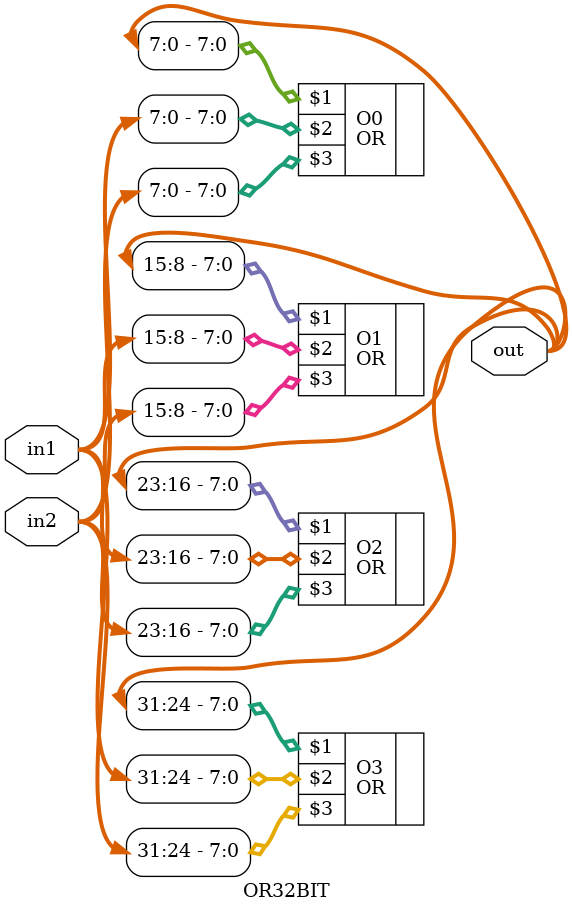
<source format=v>
`timescale 1ns / 1ps


module OR32BIT(out,in1,in2);
    input [31:0] in1,in2;
    output [31:0] out;
    
    OR O0(out[7:0],in1[7:0],in2[7:0]);
    OR O1(out[15:8],in1[15:8],in2[15:8]);
    OR O2(out[23:16],in1[23:16],in2[23:16]);
    OR O3(out[31:24],in1[31:24],in2[31:24]);
endmodule

</source>
